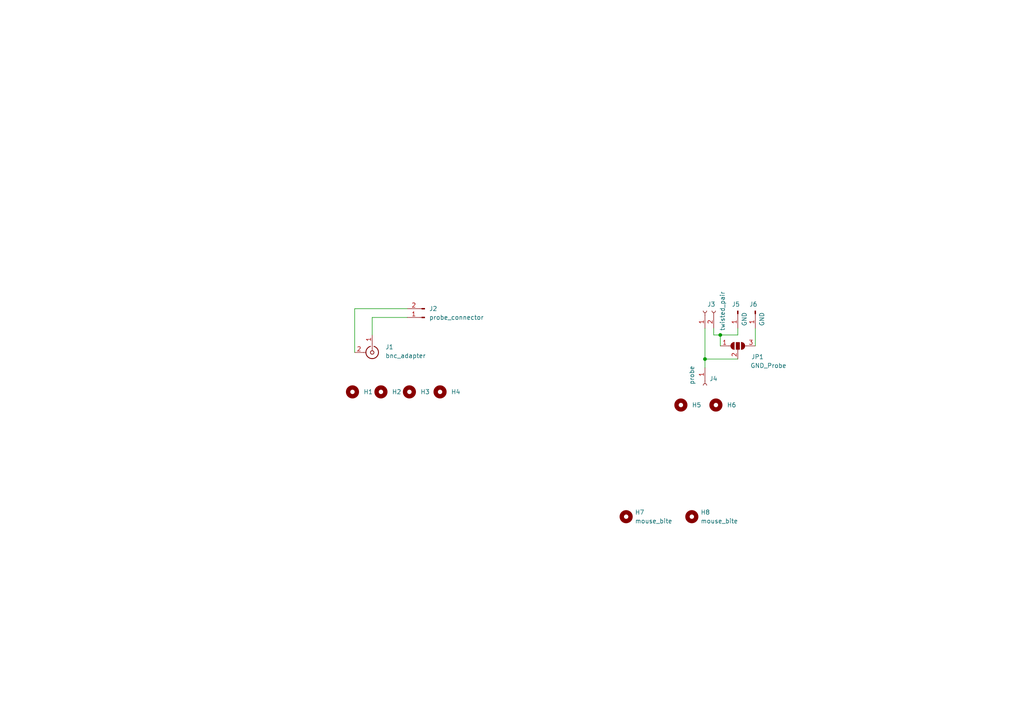
<source format=kicad_sch>
(kicad_sch (version 20211123) (generator eeschema)
  (paper "A4")
  (lib_symbols
    (symbol "Connector:Conn_01x01_Female" (pin_names (offset 1.016) hide)
      (property "Reference" "J" (at 0 2.54 0))
      (property "Value" "Conn_01x01_Female" (at 0 -2.54 0))
      (symbol "Conn_01x01_Female_1_1"
        (polyline (pts (xy -1.27 0) (xy -0.508 0)) (stroke (width 0.1524)))
        (arc (start 0 0.508) (mid -0.508 0) (end 0 -0.508) (stroke (width 0.1524)))
        (pin passive line (at -5.08 0 0) (length 3.81) (name "Pin_1") (number "1"))
      )
    )
    (symbol "Connector:Conn_01x01_Male" (pin_names (offset 1.016) hide)
      (property "Reference" "J" (at 0 2.54 0))
      (property "Value" "Conn_01x01_Male" (at 0 -2.54 0))
      (symbol "Conn_01x01_Male_1_1"
        (polyline (pts (xy 1.27 0) (xy 0.8636 0)) (stroke (width 0.1524)))
        (rectangle (start 0.8636 0.127) (end 0 -0.127) (stroke (width 0.1524)) (fill (type outline)))
        (pin passive line (at 5.08 0 180) (length 3.81) (name "Pin_1") (number "1"))
      )
    )
    (symbol "Connector:Conn_01x02_Female" (pin_names (offset 1.016) hide)
      (property "Reference" "J" (at 0 2.54 0))
      (property "Value" "Conn_01x02_Female" (at 0 -5.08 0))
      (symbol "Conn_01x02_Female_1_1"
        (arc (start 0 -2.032) (mid -0.508 -2.54) (end 0 -3.048) (stroke (width 0.1524)))
        (polyline (pts (xy -1.27 -2.54) (xy -0.508 -2.54)) (stroke (width 0.1524)))
        (polyline (pts (xy -1.27 0) (xy -0.508 0)) (stroke (width 0.1524)))
        (arc (start 0 0.508) (mid -0.508 0) (end 0 -0.508) (stroke (width 0.1524)))
        (pin passive line (at -5.08 0 0) (length 3.81) (name "Pin_1") (number "1"))
        (pin passive line (at -5.08 -2.54 0) (length 3.81) (name "Pin_2") (number "2"))
      )
    )
    (symbol "Connector:Conn_01x02_Male" (pin_names (offset 1.016) hide)
      (property "Reference" "J" (at 0 2.54 0))
      (property "Value" "Conn_01x02_Male" (at 0 -5.08 0))
      (symbol "Conn_01x02_Male_1_1"
        (polyline (pts (xy 1.27 -2.54) (xy 0.8636 -2.54)) (stroke (width 0.1524)))
        (polyline (pts (xy 1.27 0) (xy 0.8636 0)) (stroke (width 0.1524)))
        (rectangle (start 0.8636 -2.413) (end 0 -2.667) (stroke (width 0.1524)) (fill (type outline)))
        (rectangle (start 0.8636 0.127) (end 0 -0.127) (stroke (width 0.1524)) (fill (type outline)))
        (pin passive line (at 5.08 0 180) (length 3.81) (name "Pin_1") (number "1"))
        (pin passive line (at 5.08 -2.54 180) (length 3.81) (name "Pin_2") (number "2"))
      )
    )
    (symbol "Connector:Conn_Coaxial" (pin_names (offset 1.016) hide)
      (property "Reference" "J" (at 0.254 3.048 0))
      (property "Value" "Conn_Coaxial" (at 2.921 0 90))
      (symbol "Conn_Coaxial_0_1"
        (arc (start -1.778 -0.508) (mid 0.222 -1.808) (end 1.778 0) (stroke (width 0.254)))
        (polyline (pts (xy -2.54 0) (xy -0.508 0)))
        (polyline (pts (xy 0 -2.54) (xy 0 -1.778)))
        (circle (center 0 0) (radius 0.508) (stroke (width 0.2032)))
        (arc (start 1.778 0) (mid 0.222 1.8083) (end -1.778 0.508) (stroke (width 0.254)))
      )
      (symbol "Conn_Coaxial_1_1"
        (pin passive line (at -5.08 0 0) (length 2.54) (name "In") (number "1"))
        (pin passive line (at 0 -5.08 90) (length 2.54) (name "Ext") (number "2"))
      )
    )
    (symbol "Jumper:SolderJumper_3_Open" (pin_names (offset 0) hide)
      (property "Reference" "JP" (at -2.54 -2.54 0))
      (property "Value" "SolderJumper_3_Open" (at 0 2.794 0))
      (symbol "SolderJumper_3_Open_0_1"
        (arc (start -1.016 1.016) (mid -2.032 0) (end -1.016 -1.016))
        (arc (start -1.016 1.016) (mid -2.032 0) (end -1.016 -1.016) (fill (type outline)))
        (rectangle (start -0.508 1.016) (end 0.508 -1.016) (fill (type outline)))
        (polyline (pts (xy -2.54 0) (xy -2.032 0)))
        (polyline (pts (xy -1.016 1.016) (xy -1.016 -1.016)))
        (polyline (pts (xy 0 -1.27) (xy 0 -1.016)))
        (polyline (pts (xy 1.016 1.016) (xy 1.016 -1.016)))
        (polyline (pts (xy 2.54 0) (xy 2.032 0)))
        (arc (start 1.016 -1.016) (mid 2.032 0) (end 1.016 1.016))
        (arc (start 1.016 -1.016) (mid 2.032 0) (end 1.016 1.016) (fill (type outline)))
      )
      (symbol "SolderJumper_3_Open_1_1"
        (pin passive line (at -5.08 0 0) (length 2.54) (name "A") (number "1"))
        (pin passive line (at 0 -3.81 90) (length 2.54) (name "C") (number "2"))
        (pin passive line (at 5.08 0 180) (length 2.54) (name "B") (number "3"))
      )
    )
    (symbol "Mechanical:MountingHole" (pin_names (offset 1.016))
      (property "Reference" "H" (at 0 5.08 0))
      (property "Value" "MountingHole" (at 0 3.175 0))
      (symbol "MountingHole_0_1"
        (circle (center 0 0) (radius 1.27) (stroke (width 1.27)))
      )
    )
  )
  (junction (at 204.47 104.14))
  (junction (at 208.915 97.155))
  (wire (pts (xy 207.01 97.155) (xy 208.915 97.155)))
  (wire (pts (xy 118.11 92.075) (xy 107.95 92.075)))
  (wire (pts (xy 118.11 89.535) (xy 102.87 89.535)))
  (wire (pts (xy 107.95 92.075) (xy 107.95 97.155)))
  (wire (pts (xy 204.47 95.25) (xy 204.47 104.14)))
  (wire (pts (xy 208.915 97.155) (xy 213.995 97.155)))
  (wire (pts (xy 213.995 97.155) (xy 213.995 95.25)))
  (wire (pts (xy 204.47 104.14) (xy 213.995 104.14)))
  (wire (pts (xy 204.47 104.14) (xy 204.47 106.68)))
  (wire (pts (xy 219.075 95.25) (xy 219.075 100.33)))
  (wire (pts (xy 102.87 89.535) (xy 102.87 102.235)))
  (wire (pts (xy 207.01 95.25) (xy 207.01 97.155)))
  (wire (pts (xy 208.915 97.155) (xy 208.915 100.33)))
  (symbol (lib_id "Jumper:SolderJumper_3_Open") (at 213.995 100.33 0) (unit 1)
    (property "Reference" "JP1" (at 219.71 103.505 0))
    (property "Value" "GND_Probe" (at 222.885 106.045 0))
    (property "Footprint" "Jumper:SolderJumper-3_P1.3mm_Open_RoundedPad1.0x1.5mm" (effects hide))
  )
  (symbol (lib_id "Connector:Conn_01x02_Male") (at 123.19 92.075 180) (unit 1)
    (property "Reference" "J2" (at 124.46 89.5349 0) (effects (justify right)))
    (property "Value" "probe_connector" (at 124.46 92.0749 0) (effects (justify right)))
    (property "Footprint" "Connector_PinHeader_2.54mm:PinHeader_1x02_P2.54mm_Horizontal" (effects hide))
  )
  (symbol (lib_id "Connector:Conn_01x01_Male") (at 213.995 90.17 270) (unit 1)
    (property "Reference" "J5" (at 214.63 88.265 90) (effects (justify right)))
    (property "Value" "GND" (at 215.9 94.615 0) (effects (justify right)))
    (property "Footprint" "Connector_PinSocket_2.54mm:PinSocket_1x01_P2.54mm_Horizontal" (effects hide))
  )
  (symbol (lib_id "Connector:Conn_01x01_Male") (at 219.075 90.17 270) (unit 1)
    (property "Reference" "J6" (at 219.71 88.265 90) (effects (justify right)))
    (property "Value" "GND" (at 220.98 94.615 0) (effects (justify right)))
    (property "Footprint" "Connector_PinSocket_2.54mm:PinSocket_1x01_P2.54mm_Horizontal" (effects hide))
  )
  (symbol (lib_id "Mechanical:MountingHole") (at 118.745 113.665 0) (unit 1)
    (property "Reference" "H3" (at 121.92 113.6649 0) (effects (justify left)))
    (property "Value" "MountingHole" (effects hide))
    (property "Footprint" "MountingHole:MountingHole_4.3mm_M4" (effects hide))
  )
  (symbol (lib_id "Connector:Conn_01x01_Female") (at 204.47 111.76 270) (unit 1)
    (property "Reference" "J4" (at 205.74 109.8549 90) (effects (justify left)))
    (property "Value" "probe" (at 200.66 106.045 0) (effects (justify left)))
    (property "Footprint" "Connector_PinSocket_2.54mm:PinSocket_1x01_P2.54mm_Horizontal" (effects hide))
  )
  (symbol (lib_id "Mechanical:MountingHole") (at 110.49 113.665 0) (unit 1)
    (property "Reference" "H2" (at 113.665 113.6649 0) (effects (justify left)))
    (property "Value" "MountingHole" (effects hide))
    (property "Footprint" "MountingHole:MountingHole_4.3mm_M4" (effects hide))
  )
  (symbol (lib_id "Connector:Conn_01x02_Female") (at 204.47 90.17 90) (unit 1)
    (property "Reference" "J3" (at 205.105 88.265 90) (effects (justify right)))
    (property "Value" "twisted_pair" (at 209.55 84.455 0) (effects (justify right)))
    (property "Footprint" "Connector_PinSocket_2.54mm:PinSocket_1x02_P2.54mm_Horizontal" (effects hide))
  )
  (symbol (lib_id "Mechanical:MountingHole") (at 127.635 113.665 0) (unit 1)
    (property "Reference" "H4" (at 130.81 113.6649 0) (effects (justify left)))
    (property "Value" "MountingHole" (effects hide))
    (property "Footprint" "MountingHole:MountingHole_4.3mm_M4" (effects hide))
  )
  (symbol (lib_id "Mechanical:MountingHole") (at 200.66 149.86 0) (unit 1)
    (property "Reference" "H8" (at 203.2 148.5899 0) (effects (justify left)))
    (property "Value" "mouse_bite" (at 203.2 151.1299 0) (effects (justify left)))
    (property "Footprint" "flex:mouse-bite-3mm-slot" (effects hide))
  )
  (symbol (lib_id "Mechanical:MountingHole") (at 197.485 117.475 0) (unit 1)
    (property "Reference" "H5" (at 200.66 117.4749 0) (effects (justify left)))
    (property "Value" "MountingHole" (effects hide))
    (property "Footprint" "MountingHole:MountingHole_4.3mm_M4" (effects hide))
  )
  (symbol (lib_id "Mechanical:MountingHole") (at 102.235 113.665 0) (unit 1)
    (property "Reference" "H1" (at 105.41 113.6649 0) (effects (justify left)))
    (property "Value" "MountingHole" (effects hide))
    (property "Footprint" "MountingHole:MountingHole_4.3mm_M4" (effects hide))
  )
  (symbol (lib_id "Mechanical:MountingHole") (at 207.645 117.475 0) (unit 1)
    (property "Reference" "H6" (at 210.82 117.4749 0) (effects (justify left)))
    (property "Value" "MountingHole" (effects hide))
    (property "Footprint" "MountingHole:MountingHole_4.3mm_M4" (effects hide))
  )
  (symbol (lib_id "Mechanical:MountingHole") (at 181.61 149.86 0) (unit 1)
    (property "Reference" "H7" (at 184.15 148.5899 0) (effects (justify left)))
    (property "Value" "mouse_bite" (at 184.15 151.1299 0) (effects (justify left)))
    (property "Footprint" "flex:mouse-bite-3mm-slot" (effects hide))
  )
  (symbol (lib_id "Connector:Conn_Coaxial") (at 107.95 102.235 270) (unit 1)
    (property "Reference" "J1" (at 111.76 100.6474 90) (effects (justify left)))
    (property "Value" "bnc_adapter" (at 111.76 103.1874 90) (effects (justify left)))
    (property "Footprint" "flex:CONBNC002" (effects hide))
    (property "Datasheet" " ~" (effects hide))
  )
)
</source>
